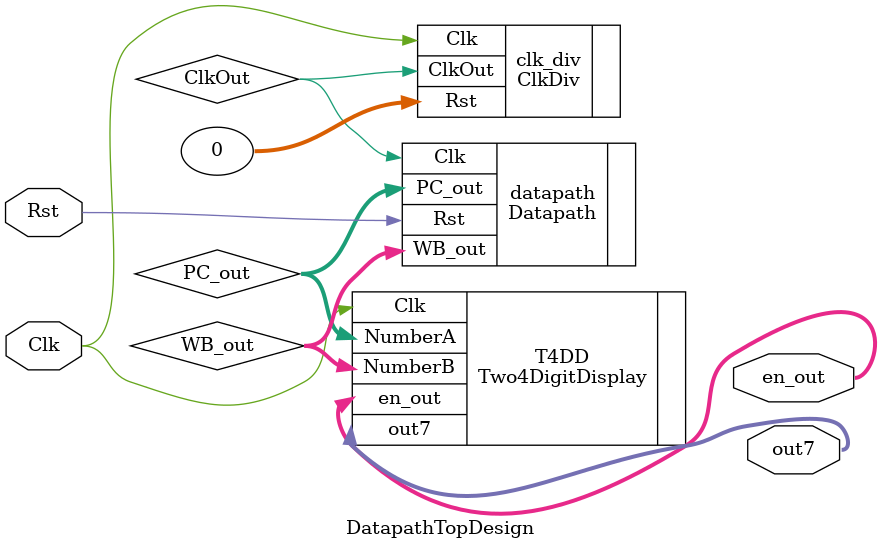
<source format=v>
`timescale 1ns / 1ps


module DatapathTopDesign(
    input Clk,
    input Rst,
    output wire [6:0] out7,
    output wire [7:0] en_out
    );
    
//////////////////////////////////////////////////////////////////////////////////
// Clock
//////////////////////////////////////////////////////////////////////////////////
    wire ClkOut;
    
    ClkDiv clk_div(
        .Clk(Clk),              // 1-bit input
        .Rst(0),                // 1-bit input
        .ClkOut(ClkOut)         // 1-bit output
    );


//////////////////////////////////////////////////////////////////////////////////
// Datapath
//////////////////////////////////////////////////////////////////////////////////
    wire [31:0] PC_out;
    wire [31:0] WB_out;
    
    Datapath datapath(
        .Clk(ClkOut),           // 1-bit input
        .Rst(Rst),              // 1-bit input
        .PC_out(PC_out),        // 32-bit output
        .WB_out(WB_out)         // 32-bit output
    );


//////////////////////////////////////////////////////////////////////////////////
// Two 4-Digit Display
//////////////////////////////////////////////////////////////////////////////////
    Two4DigitDisplay T4DD(
        .Clk(Clk),              // 1-bit input
        .NumberA(PC_out),       // N-bit input
        .NumberB(WB_out),       // N-bit input
        .out7(out7),            // 7-bit output
        .en_out(en_out)         // 8-bit output
    );
endmodule

</source>
